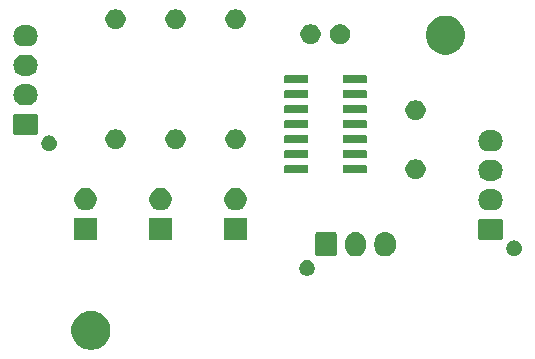
<source format=gbr>
G04 #@! TF.GenerationSoftware,KiCad,Pcbnew,(5.1.5)-3*
G04 #@! TF.CreationDate,2021-02-26T20:31:09+11:00*
G04 #@! TF.ProjectId,US_Board2,55535f42-6f61-4726-9432-2e6b69636164,rev?*
G04 #@! TF.SameCoordinates,Original*
G04 #@! TF.FileFunction,Soldermask,Top*
G04 #@! TF.FilePolarity,Negative*
%FSLAX46Y46*%
G04 Gerber Fmt 4.6, Leading zero omitted, Abs format (unit mm)*
G04 Created by KiCad (PCBNEW (5.1.5)-3) date 2021-02-26 20:31:09*
%MOMM*%
%LPD*%
G04 APERTURE LIST*
%ADD10C,0.100000*%
G04 APERTURE END LIST*
D10*
G36*
X130375256Y-98391298D02*
G01*
X130481579Y-98412447D01*
X130782042Y-98536903D01*
X131052451Y-98717585D01*
X131282415Y-98947549D01*
X131463097Y-99217958D01*
X131587553Y-99518421D01*
X131651000Y-99837391D01*
X131651000Y-100162609D01*
X131587553Y-100481579D01*
X131463097Y-100782042D01*
X131282415Y-101052451D01*
X131052451Y-101282415D01*
X130782042Y-101463097D01*
X130481579Y-101587553D01*
X130375256Y-101608702D01*
X130162611Y-101651000D01*
X129837389Y-101651000D01*
X129624744Y-101608702D01*
X129518421Y-101587553D01*
X129217958Y-101463097D01*
X128947549Y-101282415D01*
X128717585Y-101052451D01*
X128536903Y-100782042D01*
X128412447Y-100481579D01*
X128349000Y-100162609D01*
X128349000Y-99837391D01*
X128412447Y-99518421D01*
X128536903Y-99217958D01*
X128717585Y-98947549D01*
X128947549Y-98717585D01*
X129217958Y-98536903D01*
X129518421Y-98412447D01*
X129624744Y-98391298D01*
X129837389Y-98349000D01*
X130162611Y-98349000D01*
X130375256Y-98391298D01*
G37*
G36*
X148489890Y-94084017D02*
G01*
X148608364Y-94133091D01*
X148714988Y-94204335D01*
X148805665Y-94295012D01*
X148876909Y-94401636D01*
X148925983Y-94520110D01*
X148951000Y-94645882D01*
X148951000Y-94774118D01*
X148925983Y-94899890D01*
X148876909Y-95018364D01*
X148805665Y-95124988D01*
X148714988Y-95215665D01*
X148608364Y-95286909D01*
X148608363Y-95286910D01*
X148608362Y-95286910D01*
X148489890Y-95335983D01*
X148364119Y-95361000D01*
X148235881Y-95361000D01*
X148110110Y-95335983D01*
X147991638Y-95286910D01*
X147991637Y-95286910D01*
X147991636Y-95286909D01*
X147885012Y-95215665D01*
X147794335Y-95124988D01*
X147723091Y-95018364D01*
X147674017Y-94899890D01*
X147649000Y-94774118D01*
X147649000Y-94645882D01*
X147674017Y-94520110D01*
X147723091Y-94401636D01*
X147794335Y-94295012D01*
X147885012Y-94204335D01*
X147991636Y-94133091D01*
X148110110Y-94084017D01*
X148235881Y-94059000D01*
X148364119Y-94059000D01*
X148489890Y-94084017D01*
G37*
G36*
X152576626Y-91697037D02*
G01*
X152746465Y-91748557D01*
X152746467Y-91748558D01*
X152902989Y-91832221D01*
X153040186Y-91944814D01*
X153123448Y-92046271D01*
X153152778Y-92082009D01*
X153152779Y-92082011D01*
X153232765Y-92231652D01*
X153236443Y-92238534D01*
X153287963Y-92408373D01*
X153301000Y-92540742D01*
X153301000Y-92879257D01*
X153287963Y-93011626D01*
X153236443Y-93181466D01*
X153152778Y-93337991D01*
X153144265Y-93348364D01*
X153040186Y-93475186D01*
X152945250Y-93553097D01*
X152902991Y-93587778D01*
X152746466Y-93671443D01*
X152576627Y-93722963D01*
X152400000Y-93740359D01*
X152223374Y-93722963D01*
X152053535Y-93671443D01*
X151897010Y-93587778D01*
X151759815Y-93475185D01*
X151647222Y-93337991D01*
X151563557Y-93181466D01*
X151512037Y-93011627D01*
X151499000Y-92879258D01*
X151499000Y-92540743D01*
X151512037Y-92408374D01*
X151563557Y-92238535D01*
X151584903Y-92198600D01*
X151647221Y-92082011D01*
X151759814Y-91944814D01*
X151861271Y-91861552D01*
X151897009Y-91832222D01*
X152053534Y-91748557D01*
X152223373Y-91697037D01*
X152400000Y-91679641D01*
X152576626Y-91697037D01*
G37*
G36*
X155076626Y-91697037D02*
G01*
X155246465Y-91748557D01*
X155246467Y-91748558D01*
X155402989Y-91832221D01*
X155540186Y-91944814D01*
X155623448Y-92046271D01*
X155652778Y-92082009D01*
X155652779Y-92082011D01*
X155732765Y-92231652D01*
X155736443Y-92238534D01*
X155787963Y-92408373D01*
X155801000Y-92540742D01*
X155801000Y-92879257D01*
X155787963Y-93011626D01*
X155736443Y-93181466D01*
X155652778Y-93337991D01*
X155644265Y-93348364D01*
X155540186Y-93475186D01*
X155445250Y-93553097D01*
X155402991Y-93587778D01*
X155246466Y-93671443D01*
X155076627Y-93722963D01*
X154900000Y-93740359D01*
X154723374Y-93722963D01*
X154553535Y-93671443D01*
X154397010Y-93587778D01*
X154259815Y-93475185D01*
X154147222Y-93337991D01*
X154063557Y-93181466D01*
X154012037Y-93011627D01*
X153999000Y-92879258D01*
X153999000Y-92540743D01*
X154012037Y-92408374D01*
X154063557Y-92238535D01*
X154084903Y-92198600D01*
X154147221Y-92082011D01*
X154259814Y-91944814D01*
X154361271Y-91861552D01*
X154397009Y-91832222D01*
X154553534Y-91748557D01*
X154723373Y-91697037D01*
X154900000Y-91679641D01*
X155076626Y-91697037D01*
G37*
G36*
X150658600Y-91687989D02*
G01*
X150691652Y-91698015D01*
X150722103Y-91714292D01*
X150748799Y-91736201D01*
X150770708Y-91762897D01*
X150786985Y-91793348D01*
X150797011Y-91826400D01*
X150801000Y-91866903D01*
X150801000Y-93553097D01*
X150797011Y-93593600D01*
X150786985Y-93626652D01*
X150770708Y-93657103D01*
X150748799Y-93683799D01*
X150722103Y-93705708D01*
X150691652Y-93721985D01*
X150658600Y-93732011D01*
X150618097Y-93736000D01*
X149181903Y-93736000D01*
X149141400Y-93732011D01*
X149108348Y-93721985D01*
X149077897Y-93705708D01*
X149051201Y-93683799D01*
X149029292Y-93657103D01*
X149013015Y-93626652D01*
X149002989Y-93593600D01*
X148999000Y-93553097D01*
X148999000Y-91866903D01*
X149002989Y-91826400D01*
X149013015Y-91793348D01*
X149029292Y-91762897D01*
X149051201Y-91736201D01*
X149077897Y-91714292D01*
X149108348Y-91698015D01*
X149141400Y-91687989D01*
X149181903Y-91684000D01*
X150618097Y-91684000D01*
X150658600Y-91687989D01*
G37*
G36*
X165991515Y-92408373D02*
G01*
X166019890Y-92414017D01*
X166138364Y-92463091D01*
X166244988Y-92534335D01*
X166335665Y-92625012D01*
X166406909Y-92731636D01*
X166455983Y-92850110D01*
X166481000Y-92975882D01*
X166481000Y-93104118D01*
X166455983Y-93229890D01*
X166406909Y-93348364D01*
X166335665Y-93454988D01*
X166244988Y-93545665D01*
X166138364Y-93616909D01*
X166138363Y-93616910D01*
X166138362Y-93616910D01*
X166019890Y-93665983D01*
X165894119Y-93691000D01*
X165765881Y-93691000D01*
X165640110Y-93665983D01*
X165521638Y-93616910D01*
X165521637Y-93616910D01*
X165521636Y-93616909D01*
X165415012Y-93545665D01*
X165324335Y-93454988D01*
X165253091Y-93348364D01*
X165204017Y-93229890D01*
X165179000Y-93104118D01*
X165179000Y-92975882D01*
X165204017Y-92850110D01*
X165253091Y-92731636D01*
X165324335Y-92625012D01*
X165415012Y-92534335D01*
X165521636Y-92463091D01*
X165640110Y-92414017D01*
X165668485Y-92408373D01*
X165765881Y-92389000D01*
X165894119Y-92389000D01*
X165991515Y-92408373D01*
G37*
G36*
X143191000Y-92391000D02*
G01*
X141289000Y-92391000D01*
X141289000Y-90489000D01*
X143191000Y-90489000D01*
X143191000Y-92391000D01*
G37*
G36*
X136841000Y-92391000D02*
G01*
X134939000Y-92391000D01*
X134939000Y-90489000D01*
X136841000Y-90489000D01*
X136841000Y-92391000D01*
G37*
G36*
X130491000Y-92391000D02*
G01*
X128589000Y-92391000D01*
X128589000Y-90489000D01*
X130491000Y-90489000D01*
X130491000Y-92391000D01*
G37*
G36*
X164713600Y-90542989D02*
G01*
X164746652Y-90553015D01*
X164777103Y-90569292D01*
X164803799Y-90591201D01*
X164825708Y-90617897D01*
X164841985Y-90648348D01*
X164852011Y-90681400D01*
X164856000Y-90721903D01*
X164856000Y-92158097D01*
X164852011Y-92198600D01*
X164841985Y-92231652D01*
X164825708Y-92262103D01*
X164803799Y-92288799D01*
X164777103Y-92310708D01*
X164746652Y-92326985D01*
X164713600Y-92337011D01*
X164673097Y-92341000D01*
X162986903Y-92341000D01*
X162946400Y-92337011D01*
X162913348Y-92326985D01*
X162882897Y-92310708D01*
X162856201Y-92288799D01*
X162834292Y-92262103D01*
X162818015Y-92231652D01*
X162807989Y-92198600D01*
X162804000Y-92158097D01*
X162804000Y-90721903D01*
X162807989Y-90681400D01*
X162818015Y-90648348D01*
X162834292Y-90617897D01*
X162856201Y-90591201D01*
X162882897Y-90569292D01*
X162913348Y-90553015D01*
X162946400Y-90542989D01*
X162986903Y-90539000D01*
X164673097Y-90539000D01*
X164713600Y-90542989D01*
G37*
G36*
X129817395Y-87985546D02*
G01*
X129990466Y-88057234D01*
X129990467Y-88057235D01*
X130146227Y-88161310D01*
X130278690Y-88293773D01*
X130278691Y-88293775D01*
X130382766Y-88449534D01*
X130454454Y-88622605D01*
X130491000Y-88806333D01*
X130491000Y-88993667D01*
X130454454Y-89177395D01*
X130382766Y-89350466D01*
X130382765Y-89350467D01*
X130278690Y-89506227D01*
X130146227Y-89638690D01*
X130067818Y-89691081D01*
X129990466Y-89742766D01*
X129817395Y-89814454D01*
X129633667Y-89851000D01*
X129446333Y-89851000D01*
X129262605Y-89814454D01*
X129089534Y-89742766D01*
X129012182Y-89691081D01*
X128933773Y-89638690D01*
X128801310Y-89506227D01*
X128697235Y-89350467D01*
X128697234Y-89350466D01*
X128625546Y-89177395D01*
X128589000Y-88993667D01*
X128589000Y-88806333D01*
X128625546Y-88622605D01*
X128697234Y-88449534D01*
X128801309Y-88293775D01*
X128801310Y-88293773D01*
X128933773Y-88161310D01*
X129089533Y-88057235D01*
X129089534Y-88057234D01*
X129262605Y-87985546D01*
X129446333Y-87949000D01*
X129633667Y-87949000D01*
X129817395Y-87985546D01*
G37*
G36*
X136167395Y-87985546D02*
G01*
X136340466Y-88057234D01*
X136340467Y-88057235D01*
X136496227Y-88161310D01*
X136628690Y-88293773D01*
X136628691Y-88293775D01*
X136732766Y-88449534D01*
X136804454Y-88622605D01*
X136841000Y-88806333D01*
X136841000Y-88993667D01*
X136804454Y-89177395D01*
X136732766Y-89350466D01*
X136732765Y-89350467D01*
X136628690Y-89506227D01*
X136496227Y-89638690D01*
X136417818Y-89691081D01*
X136340466Y-89742766D01*
X136167395Y-89814454D01*
X135983667Y-89851000D01*
X135796333Y-89851000D01*
X135612605Y-89814454D01*
X135439534Y-89742766D01*
X135362182Y-89691081D01*
X135283773Y-89638690D01*
X135151310Y-89506227D01*
X135047235Y-89350467D01*
X135047234Y-89350466D01*
X134975546Y-89177395D01*
X134939000Y-88993667D01*
X134939000Y-88806333D01*
X134975546Y-88622605D01*
X135047234Y-88449534D01*
X135151309Y-88293775D01*
X135151310Y-88293773D01*
X135283773Y-88161310D01*
X135439533Y-88057235D01*
X135439534Y-88057234D01*
X135612605Y-87985546D01*
X135796333Y-87949000D01*
X135983667Y-87949000D01*
X136167395Y-87985546D01*
G37*
G36*
X142517395Y-87985546D02*
G01*
X142690466Y-88057234D01*
X142690467Y-88057235D01*
X142846227Y-88161310D01*
X142978690Y-88293773D01*
X142978691Y-88293775D01*
X143082766Y-88449534D01*
X143154454Y-88622605D01*
X143191000Y-88806333D01*
X143191000Y-88993667D01*
X143154454Y-89177395D01*
X143082766Y-89350466D01*
X143082765Y-89350467D01*
X142978690Y-89506227D01*
X142846227Y-89638690D01*
X142767818Y-89691081D01*
X142690466Y-89742766D01*
X142517395Y-89814454D01*
X142333667Y-89851000D01*
X142146333Y-89851000D01*
X141962605Y-89814454D01*
X141789534Y-89742766D01*
X141712182Y-89691081D01*
X141633773Y-89638690D01*
X141501310Y-89506227D01*
X141397235Y-89350467D01*
X141397234Y-89350466D01*
X141325546Y-89177395D01*
X141289000Y-88993667D01*
X141289000Y-88806333D01*
X141325546Y-88622605D01*
X141397234Y-88449534D01*
X141501309Y-88293775D01*
X141501310Y-88293773D01*
X141633773Y-88161310D01*
X141789533Y-88057235D01*
X141789534Y-88057234D01*
X141962605Y-87985546D01*
X142146333Y-87949000D01*
X142333667Y-87949000D01*
X142517395Y-87985546D01*
G37*
G36*
X164065443Y-88045519D02*
G01*
X164131627Y-88052037D01*
X164301466Y-88103557D01*
X164457991Y-88187222D01*
X164493729Y-88216552D01*
X164595186Y-88299814D01*
X164678448Y-88401271D01*
X164707778Y-88437009D01*
X164791443Y-88593534D01*
X164842963Y-88763373D01*
X164860359Y-88940000D01*
X164842963Y-89116627D01*
X164791443Y-89286466D01*
X164791442Y-89286468D01*
X164749611Y-89364728D01*
X164707778Y-89442991D01*
X164678448Y-89478729D01*
X164595186Y-89580186D01*
X164523896Y-89638691D01*
X164457991Y-89692778D01*
X164301466Y-89776443D01*
X164131627Y-89827963D01*
X164065443Y-89834481D01*
X163999260Y-89841000D01*
X163660740Y-89841000D01*
X163594557Y-89834481D01*
X163528373Y-89827963D01*
X163358534Y-89776443D01*
X163202009Y-89692778D01*
X163136104Y-89638691D01*
X163064814Y-89580186D01*
X162981552Y-89478729D01*
X162952222Y-89442991D01*
X162910389Y-89364728D01*
X162868558Y-89286468D01*
X162868557Y-89286466D01*
X162817037Y-89116627D01*
X162799641Y-88940000D01*
X162817037Y-88763373D01*
X162868557Y-88593534D01*
X162952222Y-88437009D01*
X162981552Y-88401271D01*
X163064814Y-88299814D01*
X163166271Y-88216552D01*
X163202009Y-88187222D01*
X163358534Y-88103557D01*
X163528373Y-88052037D01*
X163594557Y-88045519D01*
X163660740Y-88039000D01*
X163999260Y-88039000D01*
X164065443Y-88045519D01*
G37*
G36*
X164065443Y-85545519D02*
G01*
X164131627Y-85552037D01*
X164301466Y-85603557D01*
X164301468Y-85603558D01*
X164379729Y-85645390D01*
X164457991Y-85687222D01*
X164472324Y-85698985D01*
X164595186Y-85799814D01*
X164678448Y-85901271D01*
X164707778Y-85937009D01*
X164791443Y-86093534D01*
X164842963Y-86263373D01*
X164860359Y-86440000D01*
X164842963Y-86616627D01*
X164791443Y-86786466D01*
X164707778Y-86942991D01*
X164678448Y-86978729D01*
X164595186Y-87080186D01*
X164493729Y-87163448D01*
X164457991Y-87192778D01*
X164301466Y-87276443D01*
X164131627Y-87327963D01*
X164065442Y-87334482D01*
X163999260Y-87341000D01*
X163660740Y-87341000D01*
X163594558Y-87334482D01*
X163528373Y-87327963D01*
X163358534Y-87276443D01*
X163202009Y-87192778D01*
X163166271Y-87163448D01*
X163064814Y-87080186D01*
X162981552Y-86978729D01*
X162952222Y-86942991D01*
X162868557Y-86786466D01*
X162817037Y-86616627D01*
X162799641Y-86440000D01*
X162817037Y-86263373D01*
X162868557Y-86093534D01*
X162952222Y-85937009D01*
X162981552Y-85901271D01*
X163064814Y-85799814D01*
X163187676Y-85698985D01*
X163202009Y-85687222D01*
X163280271Y-85645390D01*
X163358532Y-85603558D01*
X163358534Y-85603557D01*
X163528373Y-85552037D01*
X163594557Y-85545519D01*
X163660740Y-85539000D01*
X163999260Y-85539000D01*
X164065443Y-85545519D01*
G37*
G36*
X157728228Y-85541703D02*
G01*
X157883100Y-85605853D01*
X158022481Y-85698985D01*
X158141015Y-85817519D01*
X158234147Y-85956900D01*
X158298297Y-86111772D01*
X158331000Y-86276184D01*
X158331000Y-86443816D01*
X158298297Y-86608228D01*
X158234147Y-86763100D01*
X158141015Y-86902481D01*
X158022481Y-87021015D01*
X157883100Y-87114147D01*
X157728228Y-87178297D01*
X157563816Y-87211000D01*
X157396184Y-87211000D01*
X157231772Y-87178297D01*
X157076900Y-87114147D01*
X156937519Y-87021015D01*
X156818985Y-86902481D01*
X156725853Y-86763100D01*
X156661703Y-86608228D01*
X156629000Y-86443816D01*
X156629000Y-86276184D01*
X156661703Y-86111772D01*
X156725853Y-85956900D01*
X156818985Y-85817519D01*
X156937519Y-85698985D01*
X157076900Y-85605853D01*
X157231772Y-85541703D01*
X157396184Y-85509000D01*
X157563816Y-85509000D01*
X157728228Y-85541703D01*
G37*
G36*
X153269928Y-86011764D02*
G01*
X153291009Y-86018160D01*
X153310445Y-86028548D01*
X153327476Y-86042524D01*
X153341452Y-86059555D01*
X153351840Y-86078991D01*
X153358236Y-86100072D01*
X153361000Y-86128140D01*
X153361000Y-86591860D01*
X153358236Y-86619928D01*
X153351840Y-86641009D01*
X153341452Y-86660445D01*
X153327476Y-86677476D01*
X153310445Y-86691452D01*
X153291009Y-86701840D01*
X153269928Y-86708236D01*
X153241860Y-86711000D01*
X151428140Y-86711000D01*
X151400072Y-86708236D01*
X151378991Y-86701840D01*
X151359555Y-86691452D01*
X151342524Y-86677476D01*
X151328548Y-86660445D01*
X151318160Y-86641009D01*
X151311764Y-86619928D01*
X151309000Y-86591860D01*
X151309000Y-86128140D01*
X151311764Y-86100072D01*
X151318160Y-86078991D01*
X151328548Y-86059555D01*
X151342524Y-86042524D01*
X151359555Y-86028548D01*
X151378991Y-86018160D01*
X151400072Y-86011764D01*
X151428140Y-86009000D01*
X153241860Y-86009000D01*
X153269928Y-86011764D01*
G37*
G36*
X148319928Y-86011764D02*
G01*
X148341009Y-86018160D01*
X148360445Y-86028548D01*
X148377476Y-86042524D01*
X148391452Y-86059555D01*
X148401840Y-86078991D01*
X148408236Y-86100072D01*
X148411000Y-86128140D01*
X148411000Y-86591860D01*
X148408236Y-86619928D01*
X148401840Y-86641009D01*
X148391452Y-86660445D01*
X148377476Y-86677476D01*
X148360445Y-86691452D01*
X148341009Y-86701840D01*
X148319928Y-86708236D01*
X148291860Y-86711000D01*
X146478140Y-86711000D01*
X146450072Y-86708236D01*
X146428991Y-86701840D01*
X146409555Y-86691452D01*
X146392524Y-86677476D01*
X146378548Y-86660445D01*
X146368160Y-86641009D01*
X146361764Y-86619928D01*
X146359000Y-86591860D01*
X146359000Y-86128140D01*
X146361764Y-86100072D01*
X146368160Y-86078991D01*
X146378548Y-86059555D01*
X146392524Y-86042524D01*
X146409555Y-86028548D01*
X146428991Y-86018160D01*
X146450072Y-86011764D01*
X146478140Y-86009000D01*
X148291860Y-86009000D01*
X148319928Y-86011764D01*
G37*
G36*
X148319928Y-84741764D02*
G01*
X148341009Y-84748160D01*
X148360445Y-84758548D01*
X148377476Y-84772524D01*
X148391452Y-84789555D01*
X148401840Y-84808991D01*
X148408236Y-84830072D01*
X148411000Y-84858140D01*
X148411000Y-85321860D01*
X148408236Y-85349928D01*
X148401840Y-85371009D01*
X148391452Y-85390445D01*
X148377476Y-85407476D01*
X148360445Y-85421452D01*
X148341009Y-85431840D01*
X148319928Y-85438236D01*
X148291860Y-85441000D01*
X146478140Y-85441000D01*
X146450072Y-85438236D01*
X146428991Y-85431840D01*
X146409555Y-85421452D01*
X146392524Y-85407476D01*
X146378548Y-85390445D01*
X146368160Y-85371009D01*
X146361764Y-85349928D01*
X146359000Y-85321860D01*
X146359000Y-84858140D01*
X146361764Y-84830072D01*
X146368160Y-84808991D01*
X146378548Y-84789555D01*
X146392524Y-84772524D01*
X146409555Y-84758548D01*
X146428991Y-84748160D01*
X146450072Y-84741764D01*
X146478140Y-84739000D01*
X148291860Y-84739000D01*
X148319928Y-84741764D01*
G37*
G36*
X153269928Y-84741764D02*
G01*
X153291009Y-84748160D01*
X153310445Y-84758548D01*
X153327476Y-84772524D01*
X153341452Y-84789555D01*
X153351840Y-84808991D01*
X153358236Y-84830072D01*
X153361000Y-84858140D01*
X153361000Y-85321860D01*
X153358236Y-85349928D01*
X153351840Y-85371009D01*
X153341452Y-85390445D01*
X153327476Y-85407476D01*
X153310445Y-85421452D01*
X153291009Y-85431840D01*
X153269928Y-85438236D01*
X153241860Y-85441000D01*
X151428140Y-85441000D01*
X151400072Y-85438236D01*
X151378991Y-85431840D01*
X151359555Y-85421452D01*
X151342524Y-85407476D01*
X151328548Y-85390445D01*
X151318160Y-85371009D01*
X151311764Y-85349928D01*
X151309000Y-85321860D01*
X151309000Y-84858140D01*
X151311764Y-84830072D01*
X151318160Y-84808991D01*
X151328548Y-84789555D01*
X151342524Y-84772524D01*
X151359555Y-84758548D01*
X151378991Y-84748160D01*
X151400072Y-84741764D01*
X151428140Y-84739000D01*
X153241860Y-84739000D01*
X153269928Y-84741764D01*
G37*
G36*
X164065443Y-83045519D02*
G01*
X164131627Y-83052037D01*
X164301466Y-83103557D01*
X164457991Y-83187222D01*
X164493729Y-83216552D01*
X164595186Y-83299814D01*
X164676420Y-83398799D01*
X164707778Y-83437009D01*
X164791443Y-83593534D01*
X164842963Y-83763373D01*
X164860359Y-83940000D01*
X164842963Y-84116627D01*
X164791443Y-84286466D01*
X164707778Y-84442991D01*
X164678448Y-84478729D01*
X164595186Y-84580186D01*
X164524376Y-84638297D01*
X164457991Y-84692778D01*
X164301466Y-84776443D01*
X164131627Y-84827963D01*
X164065442Y-84834482D01*
X163999260Y-84841000D01*
X163660740Y-84841000D01*
X163594558Y-84834482D01*
X163528373Y-84827963D01*
X163358534Y-84776443D01*
X163202009Y-84692778D01*
X163135624Y-84638297D01*
X163064814Y-84580186D01*
X162981552Y-84478729D01*
X162952222Y-84442991D01*
X162868557Y-84286466D01*
X162817037Y-84116627D01*
X162799641Y-83940000D01*
X162817037Y-83763373D01*
X162868557Y-83593534D01*
X162952222Y-83437009D01*
X162983580Y-83398799D01*
X163064814Y-83299814D01*
X163166271Y-83216552D01*
X163202009Y-83187222D01*
X163358534Y-83103557D01*
X163528373Y-83052037D01*
X163594557Y-83045519D01*
X163660740Y-83039000D01*
X163999260Y-83039000D01*
X164065443Y-83045519D01*
G37*
G36*
X126649890Y-83524017D02*
G01*
X126765178Y-83571771D01*
X126768364Y-83573091D01*
X126874988Y-83644335D01*
X126965665Y-83735012D01*
X126984617Y-83763375D01*
X127036910Y-83841638D01*
X127085983Y-83960110D01*
X127111000Y-84085881D01*
X127111000Y-84214119D01*
X127096609Y-84286468D01*
X127085983Y-84339890D01*
X127036909Y-84458364D01*
X126965665Y-84564988D01*
X126874988Y-84655665D01*
X126768364Y-84726909D01*
X126768363Y-84726910D01*
X126768362Y-84726910D01*
X126649890Y-84775983D01*
X126524119Y-84801000D01*
X126395881Y-84801000D01*
X126270110Y-84775983D01*
X126151638Y-84726910D01*
X126151637Y-84726910D01*
X126151636Y-84726909D01*
X126045012Y-84655665D01*
X125954335Y-84564988D01*
X125883091Y-84458364D01*
X125834017Y-84339890D01*
X125823391Y-84286468D01*
X125809000Y-84214119D01*
X125809000Y-84085881D01*
X125834017Y-83960110D01*
X125883090Y-83841638D01*
X125935384Y-83763375D01*
X125954335Y-83735012D01*
X126045012Y-83644335D01*
X126151636Y-83573091D01*
X126154823Y-83571771D01*
X126270110Y-83524017D01*
X126395881Y-83499000D01*
X126524119Y-83499000D01*
X126649890Y-83524017D01*
G37*
G36*
X142488228Y-83001703D02*
G01*
X142643100Y-83065853D01*
X142782481Y-83158985D01*
X142901015Y-83277519D01*
X142994147Y-83416900D01*
X143058297Y-83571772D01*
X143091000Y-83736184D01*
X143091000Y-83903816D01*
X143058297Y-84068228D01*
X142994147Y-84223100D01*
X142901015Y-84362481D01*
X142782481Y-84481015D01*
X142643100Y-84574147D01*
X142488228Y-84638297D01*
X142323816Y-84671000D01*
X142156184Y-84671000D01*
X141991772Y-84638297D01*
X141836900Y-84574147D01*
X141697519Y-84481015D01*
X141578985Y-84362481D01*
X141485853Y-84223100D01*
X141421703Y-84068228D01*
X141389000Y-83903816D01*
X141389000Y-83736184D01*
X141421703Y-83571772D01*
X141485853Y-83416900D01*
X141578985Y-83277519D01*
X141697519Y-83158985D01*
X141836900Y-83065853D01*
X141991772Y-83001703D01*
X142156184Y-82969000D01*
X142323816Y-82969000D01*
X142488228Y-83001703D01*
G37*
G36*
X137408228Y-83001703D02*
G01*
X137563100Y-83065853D01*
X137702481Y-83158985D01*
X137821015Y-83277519D01*
X137914147Y-83416900D01*
X137978297Y-83571772D01*
X138011000Y-83736184D01*
X138011000Y-83903816D01*
X137978297Y-84068228D01*
X137914147Y-84223100D01*
X137821015Y-84362481D01*
X137702481Y-84481015D01*
X137563100Y-84574147D01*
X137408228Y-84638297D01*
X137243816Y-84671000D01*
X137076184Y-84671000D01*
X136911772Y-84638297D01*
X136756900Y-84574147D01*
X136617519Y-84481015D01*
X136498985Y-84362481D01*
X136405853Y-84223100D01*
X136341703Y-84068228D01*
X136309000Y-83903816D01*
X136309000Y-83736184D01*
X136341703Y-83571772D01*
X136405853Y-83416900D01*
X136498985Y-83277519D01*
X136617519Y-83158985D01*
X136756900Y-83065853D01*
X136911772Y-83001703D01*
X137076184Y-82969000D01*
X137243816Y-82969000D01*
X137408228Y-83001703D01*
G37*
G36*
X132328228Y-83001703D02*
G01*
X132483100Y-83065853D01*
X132622481Y-83158985D01*
X132741015Y-83277519D01*
X132834147Y-83416900D01*
X132898297Y-83571772D01*
X132931000Y-83736184D01*
X132931000Y-83903816D01*
X132898297Y-84068228D01*
X132834147Y-84223100D01*
X132741015Y-84362481D01*
X132622481Y-84481015D01*
X132483100Y-84574147D01*
X132328228Y-84638297D01*
X132163816Y-84671000D01*
X131996184Y-84671000D01*
X131831772Y-84638297D01*
X131676900Y-84574147D01*
X131537519Y-84481015D01*
X131418985Y-84362481D01*
X131325853Y-84223100D01*
X131261703Y-84068228D01*
X131229000Y-83903816D01*
X131229000Y-83736184D01*
X131261703Y-83571772D01*
X131325853Y-83416900D01*
X131418985Y-83277519D01*
X131537519Y-83158985D01*
X131676900Y-83065853D01*
X131831772Y-83001703D01*
X131996184Y-82969000D01*
X132163816Y-82969000D01*
X132328228Y-83001703D01*
G37*
G36*
X148319928Y-83471764D02*
G01*
X148341009Y-83478160D01*
X148360445Y-83488548D01*
X148377476Y-83502524D01*
X148391452Y-83519555D01*
X148401840Y-83538991D01*
X148408236Y-83560072D01*
X148411000Y-83588140D01*
X148411000Y-84051860D01*
X148408236Y-84079928D01*
X148401840Y-84101009D01*
X148391452Y-84120445D01*
X148377476Y-84137476D01*
X148360445Y-84151452D01*
X148341009Y-84161840D01*
X148319928Y-84168236D01*
X148291860Y-84171000D01*
X146478140Y-84171000D01*
X146450072Y-84168236D01*
X146428991Y-84161840D01*
X146409555Y-84151452D01*
X146392524Y-84137476D01*
X146378548Y-84120445D01*
X146368160Y-84101009D01*
X146361764Y-84079928D01*
X146359000Y-84051860D01*
X146359000Y-83588140D01*
X146361764Y-83560072D01*
X146368160Y-83538991D01*
X146378548Y-83519555D01*
X146392524Y-83502524D01*
X146409555Y-83488548D01*
X146428991Y-83478160D01*
X146450072Y-83471764D01*
X146478140Y-83469000D01*
X148291860Y-83469000D01*
X148319928Y-83471764D01*
G37*
G36*
X153269928Y-83471764D02*
G01*
X153291009Y-83478160D01*
X153310445Y-83488548D01*
X153327476Y-83502524D01*
X153341452Y-83519555D01*
X153351840Y-83538991D01*
X153358236Y-83560072D01*
X153361000Y-83588140D01*
X153361000Y-84051860D01*
X153358236Y-84079928D01*
X153351840Y-84101009D01*
X153341452Y-84120445D01*
X153327476Y-84137476D01*
X153310445Y-84151452D01*
X153291009Y-84161840D01*
X153269928Y-84168236D01*
X153241860Y-84171000D01*
X151428140Y-84171000D01*
X151400072Y-84168236D01*
X151378991Y-84161840D01*
X151359555Y-84151452D01*
X151342524Y-84137476D01*
X151328548Y-84120445D01*
X151318160Y-84101009D01*
X151311764Y-84079928D01*
X151309000Y-84051860D01*
X151309000Y-83588140D01*
X151311764Y-83560072D01*
X151318160Y-83538991D01*
X151328548Y-83519555D01*
X151342524Y-83502524D01*
X151359555Y-83488548D01*
X151378991Y-83478160D01*
X151400072Y-83471764D01*
X151428140Y-83469000D01*
X153241860Y-83469000D01*
X153269928Y-83471764D01*
G37*
G36*
X125343600Y-81652989D02*
G01*
X125376652Y-81663015D01*
X125407103Y-81679292D01*
X125433799Y-81701201D01*
X125455708Y-81727897D01*
X125471985Y-81758348D01*
X125482011Y-81791400D01*
X125486000Y-81831903D01*
X125486000Y-83268097D01*
X125482011Y-83308600D01*
X125471985Y-83341652D01*
X125455708Y-83372103D01*
X125433799Y-83398799D01*
X125407103Y-83420708D01*
X125376652Y-83436985D01*
X125343600Y-83447011D01*
X125303097Y-83451000D01*
X123616903Y-83451000D01*
X123576400Y-83447011D01*
X123543348Y-83436985D01*
X123512897Y-83420708D01*
X123486201Y-83398799D01*
X123464292Y-83372103D01*
X123448015Y-83341652D01*
X123437989Y-83308600D01*
X123434000Y-83268097D01*
X123434000Y-81831903D01*
X123437989Y-81791400D01*
X123448015Y-81758348D01*
X123464292Y-81727897D01*
X123486201Y-81701201D01*
X123512897Y-81679292D01*
X123543348Y-81663015D01*
X123576400Y-81652989D01*
X123616903Y-81649000D01*
X125303097Y-81649000D01*
X125343600Y-81652989D01*
G37*
G36*
X148319928Y-82201764D02*
G01*
X148341009Y-82208160D01*
X148360445Y-82218548D01*
X148377476Y-82232524D01*
X148391452Y-82249555D01*
X148401840Y-82268991D01*
X148408236Y-82290072D01*
X148411000Y-82318140D01*
X148411000Y-82781860D01*
X148408236Y-82809928D01*
X148401840Y-82831009D01*
X148391452Y-82850445D01*
X148377476Y-82867476D01*
X148360445Y-82881452D01*
X148341009Y-82891840D01*
X148319928Y-82898236D01*
X148291860Y-82901000D01*
X146478140Y-82901000D01*
X146450072Y-82898236D01*
X146428991Y-82891840D01*
X146409555Y-82881452D01*
X146392524Y-82867476D01*
X146378548Y-82850445D01*
X146368160Y-82831009D01*
X146361764Y-82809928D01*
X146359000Y-82781860D01*
X146359000Y-82318140D01*
X146361764Y-82290072D01*
X146368160Y-82268991D01*
X146378548Y-82249555D01*
X146392524Y-82232524D01*
X146409555Y-82218548D01*
X146428991Y-82208160D01*
X146450072Y-82201764D01*
X146478140Y-82199000D01*
X148291860Y-82199000D01*
X148319928Y-82201764D01*
G37*
G36*
X153269928Y-82201764D02*
G01*
X153291009Y-82208160D01*
X153310445Y-82218548D01*
X153327476Y-82232524D01*
X153341452Y-82249555D01*
X153351840Y-82268991D01*
X153358236Y-82290072D01*
X153361000Y-82318140D01*
X153361000Y-82781860D01*
X153358236Y-82809928D01*
X153351840Y-82831009D01*
X153341452Y-82850445D01*
X153327476Y-82867476D01*
X153310445Y-82881452D01*
X153291009Y-82891840D01*
X153269928Y-82898236D01*
X153241860Y-82901000D01*
X151428140Y-82901000D01*
X151400072Y-82898236D01*
X151378991Y-82891840D01*
X151359555Y-82881452D01*
X151342524Y-82867476D01*
X151328548Y-82850445D01*
X151318160Y-82831009D01*
X151311764Y-82809928D01*
X151309000Y-82781860D01*
X151309000Y-82318140D01*
X151311764Y-82290072D01*
X151318160Y-82268991D01*
X151328548Y-82249555D01*
X151342524Y-82232524D01*
X151359555Y-82218548D01*
X151378991Y-82208160D01*
X151400072Y-82201764D01*
X151428140Y-82199000D01*
X153241860Y-82199000D01*
X153269928Y-82201764D01*
G37*
G36*
X157728228Y-80541703D02*
G01*
X157883100Y-80605853D01*
X158022481Y-80698985D01*
X158141015Y-80817519D01*
X158234147Y-80956900D01*
X158298297Y-81111772D01*
X158331000Y-81276184D01*
X158331000Y-81443816D01*
X158298297Y-81608228D01*
X158234147Y-81763100D01*
X158141015Y-81902481D01*
X158022481Y-82021015D01*
X157883100Y-82114147D01*
X157728228Y-82178297D01*
X157563816Y-82211000D01*
X157396184Y-82211000D01*
X157231772Y-82178297D01*
X157076900Y-82114147D01*
X156937519Y-82021015D01*
X156818985Y-81902481D01*
X156725853Y-81763100D01*
X156661703Y-81608228D01*
X156629000Y-81443816D01*
X156629000Y-81276184D01*
X156661703Y-81111772D01*
X156725853Y-80956900D01*
X156818985Y-80817519D01*
X156937519Y-80698985D01*
X157076900Y-80605853D01*
X157231772Y-80541703D01*
X157396184Y-80509000D01*
X157563816Y-80509000D01*
X157728228Y-80541703D01*
G37*
G36*
X153269928Y-80931764D02*
G01*
X153291009Y-80938160D01*
X153310445Y-80948548D01*
X153327476Y-80962524D01*
X153341452Y-80979555D01*
X153351840Y-80998991D01*
X153358236Y-81020072D01*
X153361000Y-81048140D01*
X153361000Y-81511860D01*
X153358236Y-81539928D01*
X153351840Y-81561009D01*
X153341452Y-81580445D01*
X153327476Y-81597476D01*
X153310445Y-81611452D01*
X153291009Y-81621840D01*
X153269928Y-81628236D01*
X153241860Y-81631000D01*
X151428140Y-81631000D01*
X151400072Y-81628236D01*
X151378991Y-81621840D01*
X151359555Y-81611452D01*
X151342524Y-81597476D01*
X151328548Y-81580445D01*
X151318160Y-81561009D01*
X151311764Y-81539928D01*
X151309000Y-81511860D01*
X151309000Y-81048140D01*
X151311764Y-81020072D01*
X151318160Y-80998991D01*
X151328548Y-80979555D01*
X151342524Y-80962524D01*
X151359555Y-80948548D01*
X151378991Y-80938160D01*
X151400072Y-80931764D01*
X151428140Y-80929000D01*
X153241860Y-80929000D01*
X153269928Y-80931764D01*
G37*
G36*
X148319928Y-80931764D02*
G01*
X148341009Y-80938160D01*
X148360445Y-80948548D01*
X148377476Y-80962524D01*
X148391452Y-80979555D01*
X148401840Y-80998991D01*
X148408236Y-81020072D01*
X148411000Y-81048140D01*
X148411000Y-81511860D01*
X148408236Y-81539928D01*
X148401840Y-81561009D01*
X148391452Y-81580445D01*
X148377476Y-81597476D01*
X148360445Y-81611452D01*
X148341009Y-81621840D01*
X148319928Y-81628236D01*
X148291860Y-81631000D01*
X146478140Y-81631000D01*
X146450072Y-81628236D01*
X146428991Y-81621840D01*
X146409555Y-81611452D01*
X146392524Y-81597476D01*
X146378548Y-81580445D01*
X146368160Y-81561009D01*
X146361764Y-81539928D01*
X146359000Y-81511860D01*
X146359000Y-81048140D01*
X146361764Y-81020072D01*
X146368160Y-80998991D01*
X146378548Y-80979555D01*
X146392524Y-80962524D01*
X146409555Y-80948548D01*
X146428991Y-80938160D01*
X146450072Y-80931764D01*
X146478140Y-80929000D01*
X148291860Y-80929000D01*
X148319928Y-80931764D01*
G37*
G36*
X124695442Y-79155518D02*
G01*
X124761627Y-79162037D01*
X124931466Y-79213557D01*
X125087991Y-79297222D01*
X125123729Y-79326552D01*
X125225186Y-79409814D01*
X125308448Y-79511271D01*
X125337778Y-79547009D01*
X125337779Y-79547011D01*
X125404780Y-79672359D01*
X125421443Y-79703534D01*
X125472963Y-79873373D01*
X125490359Y-80050000D01*
X125472963Y-80226627D01*
X125421443Y-80396466D01*
X125337778Y-80552991D01*
X125308448Y-80588729D01*
X125225186Y-80690186D01*
X125123729Y-80773448D01*
X125087991Y-80802778D01*
X124931466Y-80886443D01*
X124761627Y-80937963D01*
X124695442Y-80944482D01*
X124629260Y-80951000D01*
X124290740Y-80951000D01*
X124224558Y-80944482D01*
X124158373Y-80937963D01*
X123988534Y-80886443D01*
X123832009Y-80802778D01*
X123796271Y-80773448D01*
X123694814Y-80690186D01*
X123611552Y-80588729D01*
X123582222Y-80552991D01*
X123498557Y-80396466D01*
X123447037Y-80226627D01*
X123429641Y-80050000D01*
X123447037Y-79873373D01*
X123498557Y-79703534D01*
X123515221Y-79672359D01*
X123582221Y-79547011D01*
X123582222Y-79547009D01*
X123611552Y-79511271D01*
X123694814Y-79409814D01*
X123796271Y-79326552D01*
X123832009Y-79297222D01*
X123988534Y-79213557D01*
X124158373Y-79162037D01*
X124224558Y-79155518D01*
X124290740Y-79149000D01*
X124629260Y-79149000D01*
X124695442Y-79155518D01*
G37*
G36*
X148319928Y-79661764D02*
G01*
X148341009Y-79668160D01*
X148360445Y-79678548D01*
X148377476Y-79692524D01*
X148391452Y-79709555D01*
X148401840Y-79728991D01*
X148408236Y-79750072D01*
X148411000Y-79778140D01*
X148411000Y-80241860D01*
X148408236Y-80269928D01*
X148401840Y-80291009D01*
X148391452Y-80310445D01*
X148377476Y-80327476D01*
X148360445Y-80341452D01*
X148341009Y-80351840D01*
X148319928Y-80358236D01*
X148291860Y-80361000D01*
X146478140Y-80361000D01*
X146450072Y-80358236D01*
X146428991Y-80351840D01*
X146409555Y-80341452D01*
X146392524Y-80327476D01*
X146378548Y-80310445D01*
X146368160Y-80291009D01*
X146361764Y-80269928D01*
X146359000Y-80241860D01*
X146359000Y-79778140D01*
X146361764Y-79750072D01*
X146368160Y-79728991D01*
X146378548Y-79709555D01*
X146392524Y-79692524D01*
X146409555Y-79678548D01*
X146428991Y-79668160D01*
X146450072Y-79661764D01*
X146478140Y-79659000D01*
X148291860Y-79659000D01*
X148319928Y-79661764D01*
G37*
G36*
X153269928Y-79661764D02*
G01*
X153291009Y-79668160D01*
X153310445Y-79678548D01*
X153327476Y-79692524D01*
X153341452Y-79709555D01*
X153351840Y-79728991D01*
X153358236Y-79750072D01*
X153361000Y-79778140D01*
X153361000Y-80241860D01*
X153358236Y-80269928D01*
X153351840Y-80291009D01*
X153341452Y-80310445D01*
X153327476Y-80327476D01*
X153310445Y-80341452D01*
X153291009Y-80351840D01*
X153269928Y-80358236D01*
X153241860Y-80361000D01*
X151428140Y-80361000D01*
X151400072Y-80358236D01*
X151378991Y-80351840D01*
X151359555Y-80341452D01*
X151342524Y-80327476D01*
X151328548Y-80310445D01*
X151318160Y-80291009D01*
X151311764Y-80269928D01*
X151309000Y-80241860D01*
X151309000Y-79778140D01*
X151311764Y-79750072D01*
X151318160Y-79728991D01*
X151328548Y-79709555D01*
X151342524Y-79692524D01*
X151359555Y-79678548D01*
X151378991Y-79668160D01*
X151400072Y-79661764D01*
X151428140Y-79659000D01*
X153241860Y-79659000D01*
X153269928Y-79661764D01*
G37*
G36*
X153269928Y-78391764D02*
G01*
X153291009Y-78398160D01*
X153310445Y-78408548D01*
X153327476Y-78422524D01*
X153341452Y-78439555D01*
X153351840Y-78458991D01*
X153358236Y-78480072D01*
X153361000Y-78508140D01*
X153361000Y-78971860D01*
X153358236Y-78999928D01*
X153351840Y-79021009D01*
X153341452Y-79040445D01*
X153327476Y-79057476D01*
X153310445Y-79071452D01*
X153291009Y-79081840D01*
X153269928Y-79088236D01*
X153241860Y-79091000D01*
X151428140Y-79091000D01*
X151400072Y-79088236D01*
X151378991Y-79081840D01*
X151359555Y-79071452D01*
X151342524Y-79057476D01*
X151328548Y-79040445D01*
X151318160Y-79021009D01*
X151311764Y-78999928D01*
X151309000Y-78971860D01*
X151309000Y-78508140D01*
X151311764Y-78480072D01*
X151318160Y-78458991D01*
X151328548Y-78439555D01*
X151342524Y-78422524D01*
X151359555Y-78408548D01*
X151378991Y-78398160D01*
X151400072Y-78391764D01*
X151428140Y-78389000D01*
X153241860Y-78389000D01*
X153269928Y-78391764D01*
G37*
G36*
X148319928Y-78391764D02*
G01*
X148341009Y-78398160D01*
X148360445Y-78408548D01*
X148377476Y-78422524D01*
X148391452Y-78439555D01*
X148401840Y-78458991D01*
X148408236Y-78480072D01*
X148411000Y-78508140D01*
X148411000Y-78971860D01*
X148408236Y-78999928D01*
X148401840Y-79021009D01*
X148391452Y-79040445D01*
X148377476Y-79057476D01*
X148360445Y-79071452D01*
X148341009Y-79081840D01*
X148319928Y-79088236D01*
X148291860Y-79091000D01*
X146478140Y-79091000D01*
X146450072Y-79088236D01*
X146428991Y-79081840D01*
X146409555Y-79071452D01*
X146392524Y-79057476D01*
X146378548Y-79040445D01*
X146368160Y-79021009D01*
X146361764Y-78999928D01*
X146359000Y-78971860D01*
X146359000Y-78508140D01*
X146361764Y-78480072D01*
X146368160Y-78458991D01*
X146378548Y-78439555D01*
X146392524Y-78422524D01*
X146409555Y-78408548D01*
X146428991Y-78398160D01*
X146450072Y-78391764D01*
X146478140Y-78389000D01*
X148291860Y-78389000D01*
X148319928Y-78391764D01*
G37*
G36*
X124695443Y-76655519D02*
G01*
X124761627Y-76662037D01*
X124931466Y-76713557D01*
X125087991Y-76797222D01*
X125123729Y-76826552D01*
X125225186Y-76909814D01*
X125308448Y-77011271D01*
X125337778Y-77047009D01*
X125421443Y-77203534D01*
X125472963Y-77373373D01*
X125490359Y-77550000D01*
X125472963Y-77726627D01*
X125421443Y-77896466D01*
X125337778Y-78052991D01*
X125308448Y-78088729D01*
X125225186Y-78190186D01*
X125123729Y-78273448D01*
X125087991Y-78302778D01*
X124931466Y-78386443D01*
X124761627Y-78437963D01*
X124695443Y-78444481D01*
X124629260Y-78451000D01*
X124290740Y-78451000D01*
X124224557Y-78444481D01*
X124158373Y-78437963D01*
X123988534Y-78386443D01*
X123832009Y-78302778D01*
X123796271Y-78273448D01*
X123694814Y-78190186D01*
X123611552Y-78088729D01*
X123582222Y-78052991D01*
X123498557Y-77896466D01*
X123447037Y-77726627D01*
X123429641Y-77550000D01*
X123447037Y-77373373D01*
X123498557Y-77203534D01*
X123582222Y-77047009D01*
X123611552Y-77011271D01*
X123694814Y-76909814D01*
X123796271Y-76826552D01*
X123832009Y-76797222D01*
X123988534Y-76713557D01*
X124158373Y-76662037D01*
X124224557Y-76655519D01*
X124290740Y-76649000D01*
X124629260Y-76649000D01*
X124695443Y-76655519D01*
G37*
G36*
X160375256Y-73391298D02*
G01*
X160481579Y-73412447D01*
X160782042Y-73536903D01*
X161052451Y-73717585D01*
X161282415Y-73947549D01*
X161463097Y-74217958D01*
X161587553Y-74518421D01*
X161589240Y-74526903D01*
X161651000Y-74837389D01*
X161651000Y-75162611D01*
X161587553Y-75481578D01*
X161477076Y-75748295D01*
X161463097Y-75782042D01*
X161282415Y-76052451D01*
X161052451Y-76282415D01*
X160782042Y-76463097D01*
X160481579Y-76587553D01*
X160375256Y-76608702D01*
X160162611Y-76651000D01*
X159837389Y-76651000D01*
X159624744Y-76608702D01*
X159518421Y-76587553D01*
X159217958Y-76463097D01*
X158947549Y-76282415D01*
X158717585Y-76052451D01*
X158536903Y-75782042D01*
X158522925Y-75748295D01*
X158412447Y-75481578D01*
X158349000Y-75162611D01*
X158349000Y-74837389D01*
X158410760Y-74526903D01*
X158412447Y-74518421D01*
X158536903Y-74217958D01*
X158717585Y-73947549D01*
X158947549Y-73717585D01*
X159217958Y-73536903D01*
X159518421Y-73412447D01*
X159624744Y-73391298D01*
X159837389Y-73349000D01*
X160162611Y-73349000D01*
X160375256Y-73391298D01*
G37*
G36*
X124695442Y-74155518D02*
G01*
X124761627Y-74162037D01*
X124931466Y-74213557D01*
X125087991Y-74297222D01*
X125116983Y-74321015D01*
X125225186Y-74409814D01*
X125308226Y-74511000D01*
X125337778Y-74547009D01*
X125421443Y-74703534D01*
X125472963Y-74873373D01*
X125490359Y-75050000D01*
X125472963Y-75226627D01*
X125421443Y-75396466D01*
X125337778Y-75552991D01*
X125308448Y-75588729D01*
X125225186Y-75690186D01*
X125154376Y-75748297D01*
X125087991Y-75802778D01*
X124931466Y-75886443D01*
X124761627Y-75937963D01*
X124695442Y-75944482D01*
X124629260Y-75951000D01*
X124290740Y-75951000D01*
X124224558Y-75944482D01*
X124158373Y-75937963D01*
X123988534Y-75886443D01*
X123832009Y-75802778D01*
X123765624Y-75748297D01*
X123694814Y-75690186D01*
X123611552Y-75588729D01*
X123582222Y-75552991D01*
X123498557Y-75396466D01*
X123447037Y-75226627D01*
X123429641Y-75050000D01*
X123447037Y-74873373D01*
X123498557Y-74703534D01*
X123582222Y-74547009D01*
X123611774Y-74511000D01*
X123694814Y-74409814D01*
X123803017Y-74321015D01*
X123832009Y-74297222D01*
X123988534Y-74213557D01*
X124158373Y-74162037D01*
X124224558Y-74155518D01*
X124290740Y-74149000D01*
X124629260Y-74149000D01*
X124695442Y-74155518D01*
G37*
G36*
X151338228Y-74111703D02*
G01*
X151493100Y-74175853D01*
X151632481Y-74268985D01*
X151751015Y-74387519D01*
X151844147Y-74526900D01*
X151908297Y-74681772D01*
X151941000Y-74846184D01*
X151941000Y-75013816D01*
X151908297Y-75178228D01*
X151844147Y-75333100D01*
X151751015Y-75472481D01*
X151632481Y-75591015D01*
X151493100Y-75684147D01*
X151338228Y-75748297D01*
X151173816Y-75781000D01*
X151006184Y-75781000D01*
X150841772Y-75748297D01*
X150686900Y-75684147D01*
X150547519Y-75591015D01*
X150428985Y-75472481D01*
X150335853Y-75333100D01*
X150271703Y-75178228D01*
X150239000Y-75013816D01*
X150239000Y-74846184D01*
X150271703Y-74681772D01*
X150335853Y-74526900D01*
X150428985Y-74387519D01*
X150547519Y-74268985D01*
X150686900Y-74175853D01*
X150841772Y-74111703D01*
X151006184Y-74079000D01*
X151173816Y-74079000D01*
X151338228Y-74111703D01*
G37*
G36*
X148838228Y-74111703D02*
G01*
X148993100Y-74175853D01*
X149132481Y-74268985D01*
X149251015Y-74387519D01*
X149344147Y-74526900D01*
X149408297Y-74681772D01*
X149441000Y-74846184D01*
X149441000Y-75013816D01*
X149408297Y-75178228D01*
X149344147Y-75333100D01*
X149251015Y-75472481D01*
X149132481Y-75591015D01*
X148993100Y-75684147D01*
X148838228Y-75748297D01*
X148673816Y-75781000D01*
X148506184Y-75781000D01*
X148341772Y-75748297D01*
X148186900Y-75684147D01*
X148047519Y-75591015D01*
X147928985Y-75472481D01*
X147835853Y-75333100D01*
X147771703Y-75178228D01*
X147739000Y-75013816D01*
X147739000Y-74846184D01*
X147771703Y-74681772D01*
X147835853Y-74526900D01*
X147928985Y-74387519D01*
X148047519Y-74268985D01*
X148186900Y-74175853D01*
X148341772Y-74111703D01*
X148506184Y-74079000D01*
X148673816Y-74079000D01*
X148838228Y-74111703D01*
G37*
G36*
X137408228Y-72841703D02*
G01*
X137563100Y-72905853D01*
X137702481Y-72998985D01*
X137821015Y-73117519D01*
X137914147Y-73256900D01*
X137978297Y-73411772D01*
X138011000Y-73576184D01*
X138011000Y-73743816D01*
X137978297Y-73908228D01*
X137914147Y-74063100D01*
X137821015Y-74202481D01*
X137702481Y-74321015D01*
X137563100Y-74414147D01*
X137408228Y-74478297D01*
X137243816Y-74511000D01*
X137076184Y-74511000D01*
X136911772Y-74478297D01*
X136756900Y-74414147D01*
X136617519Y-74321015D01*
X136498985Y-74202481D01*
X136405853Y-74063100D01*
X136341703Y-73908228D01*
X136309000Y-73743816D01*
X136309000Y-73576184D01*
X136341703Y-73411772D01*
X136405853Y-73256900D01*
X136498985Y-73117519D01*
X136617519Y-72998985D01*
X136756900Y-72905853D01*
X136911772Y-72841703D01*
X137076184Y-72809000D01*
X137243816Y-72809000D01*
X137408228Y-72841703D01*
G37*
G36*
X142488228Y-72841703D02*
G01*
X142643100Y-72905853D01*
X142782481Y-72998985D01*
X142901015Y-73117519D01*
X142994147Y-73256900D01*
X143058297Y-73411772D01*
X143091000Y-73576184D01*
X143091000Y-73743816D01*
X143058297Y-73908228D01*
X142994147Y-74063100D01*
X142901015Y-74202481D01*
X142782481Y-74321015D01*
X142643100Y-74414147D01*
X142488228Y-74478297D01*
X142323816Y-74511000D01*
X142156184Y-74511000D01*
X141991772Y-74478297D01*
X141836900Y-74414147D01*
X141697519Y-74321015D01*
X141578985Y-74202481D01*
X141485853Y-74063100D01*
X141421703Y-73908228D01*
X141389000Y-73743816D01*
X141389000Y-73576184D01*
X141421703Y-73411772D01*
X141485853Y-73256900D01*
X141578985Y-73117519D01*
X141697519Y-72998985D01*
X141836900Y-72905853D01*
X141991772Y-72841703D01*
X142156184Y-72809000D01*
X142323816Y-72809000D01*
X142488228Y-72841703D01*
G37*
G36*
X132328228Y-72841703D02*
G01*
X132483100Y-72905853D01*
X132622481Y-72998985D01*
X132741015Y-73117519D01*
X132834147Y-73256900D01*
X132898297Y-73411772D01*
X132931000Y-73576184D01*
X132931000Y-73743816D01*
X132898297Y-73908228D01*
X132834147Y-74063100D01*
X132741015Y-74202481D01*
X132622481Y-74321015D01*
X132483100Y-74414147D01*
X132328228Y-74478297D01*
X132163816Y-74511000D01*
X131996184Y-74511000D01*
X131831772Y-74478297D01*
X131676900Y-74414147D01*
X131537519Y-74321015D01*
X131418985Y-74202481D01*
X131325853Y-74063100D01*
X131261703Y-73908228D01*
X131229000Y-73743816D01*
X131229000Y-73576184D01*
X131261703Y-73411772D01*
X131325853Y-73256900D01*
X131418985Y-73117519D01*
X131537519Y-72998985D01*
X131676900Y-72905853D01*
X131831772Y-72841703D01*
X131996184Y-72809000D01*
X132163816Y-72809000D01*
X132328228Y-72841703D01*
G37*
M02*

</source>
